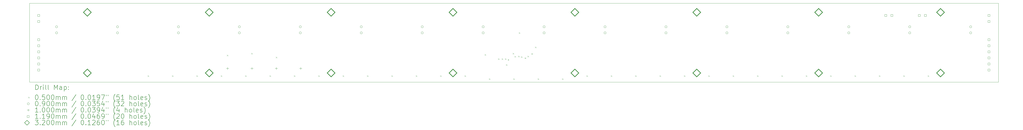
<source format=gbr>
%FSLAX45Y45*%
G04 Gerber Fmt 4.5, Leading zero omitted, Abs format (unit mm)*
G04 Created by KiCad (PCBNEW 6.0.5+dfsg-1~bpo11+1) date 2022-08-13 15:25:21*
%MOMM*%
%LPD*%
G01*
G04 APERTURE LIST*
%TA.AperFunction,Profile*%
%ADD10C,0.100000*%
%TD*%
%ADD11C,0.200000*%
%ADD12C,0.050000*%
%ADD13C,0.090000*%
%ADD14C,0.100000*%
%ADD15C,0.119000*%
%ADD16C,0.320000*%
G04 APERTURE END LIST*
D10*
X41783000Y-13970000D02*
X41783000Y-10668000D01*
X1397000Y-13970000D02*
X41783000Y-13970000D01*
X41783000Y-10668000D02*
X1397000Y-10668000D01*
X1397000Y-10668000D02*
X1397000Y-13970000D01*
D11*
D12*
X6325000Y-13691000D02*
X6375000Y-13741000D01*
X6375000Y-13691000D02*
X6325000Y-13741000D01*
X7341000Y-13691000D02*
X7391000Y-13741000D01*
X7391000Y-13691000D02*
X7341000Y-13741000D01*
X8357000Y-13691000D02*
X8407000Y-13741000D01*
X8407000Y-13691000D02*
X8357000Y-13741000D01*
X9373000Y-13691000D02*
X9423000Y-13741000D01*
X9423000Y-13691000D02*
X9373000Y-13741000D01*
X9627000Y-12830380D02*
X9677000Y-12880380D01*
X9677000Y-12830380D02*
X9627000Y-12880380D01*
X10389000Y-13691000D02*
X10439000Y-13741000D01*
X10439000Y-13691000D02*
X10389000Y-13741000D01*
X10643000Y-12750430D02*
X10693000Y-12800430D01*
X10693000Y-12750430D02*
X10643000Y-12800430D01*
X11405000Y-13691000D02*
X11455000Y-13741000D01*
X11455000Y-13691000D02*
X11405000Y-13741000D01*
X11663181Y-12910330D02*
X11713181Y-12960330D01*
X11713181Y-12910330D02*
X11663181Y-12960330D01*
X12421000Y-13691000D02*
X12471000Y-13741000D01*
X12471000Y-13691000D02*
X12421000Y-13741000D01*
X13437000Y-13691000D02*
X13487000Y-13741000D01*
X13487000Y-13691000D02*
X13437000Y-13741000D01*
X14453000Y-13691000D02*
X14503000Y-13741000D01*
X14503000Y-13691000D02*
X14453000Y-13741000D01*
X15469000Y-13691000D02*
X15519000Y-13741000D01*
X15519000Y-13691000D02*
X15469000Y-13741000D01*
X16485000Y-13691000D02*
X16535000Y-13741000D01*
X16535000Y-13691000D02*
X16485000Y-13741000D01*
X17501000Y-13691000D02*
X17551000Y-13741000D01*
X17551000Y-13691000D02*
X17501000Y-13741000D01*
X18517000Y-13691000D02*
X18567000Y-13741000D01*
X18567000Y-13691000D02*
X18517000Y-13741000D01*
X19533000Y-13691000D02*
X19583000Y-13741000D01*
X19583000Y-13691000D02*
X19533000Y-13741000D01*
X20371200Y-12799900D02*
X20421200Y-12849900D01*
X20421200Y-12799900D02*
X20371200Y-12849900D01*
X20549000Y-13818000D02*
X20599000Y-13868000D01*
X20599000Y-13818000D02*
X20549000Y-13868000D01*
X20930000Y-12979800D02*
X20980000Y-13029800D01*
X20980000Y-12979800D02*
X20930000Y-13029800D01*
X21082400Y-12979800D02*
X21132400Y-13029800D01*
X21132400Y-12979800D02*
X21082400Y-13029800D01*
X21212369Y-12981072D02*
X21262369Y-13031072D01*
X21262369Y-12981072D02*
X21212369Y-13031072D01*
X21260200Y-13222751D02*
X21310200Y-13272751D01*
X21310200Y-13222751D02*
X21260200Y-13272751D01*
X21329225Y-13012375D02*
X21379225Y-13062375D01*
X21379225Y-13012375D02*
X21329225Y-13062375D01*
X21539600Y-12751200D02*
X21589600Y-12801200D01*
X21589600Y-12751200D02*
X21539600Y-12801200D01*
X21565000Y-13818000D02*
X21615000Y-13868000D01*
X21615000Y-13818000D02*
X21565000Y-13868000D01*
X21615800Y-12878200D02*
X21665800Y-12928200D01*
X21665800Y-12878200D02*
X21615800Y-12928200D01*
X21762185Y-12869864D02*
X21812185Y-12919864D01*
X21812185Y-12869864D02*
X21762185Y-12919864D01*
X21793600Y-11887600D02*
X21843600Y-11937600D01*
X21843600Y-11887600D02*
X21793600Y-11937600D01*
X21886864Y-12897585D02*
X21936864Y-12947585D01*
X21936864Y-12897585D02*
X21886864Y-12947585D01*
X22035925Y-12942725D02*
X22085925Y-12992725D01*
X22085925Y-12942725D02*
X22035925Y-12992725D01*
X22155289Y-12874161D02*
X22205289Y-12924161D01*
X22205289Y-12874161D02*
X22155289Y-12924161D01*
X22317133Y-12764699D02*
X22367133Y-12814699D01*
X22367133Y-12764699D02*
X22317133Y-12814699D01*
X22466071Y-12486760D02*
X22516071Y-12536760D01*
X22516071Y-12486760D02*
X22466071Y-12536760D01*
X22581000Y-13818000D02*
X22631000Y-13868000D01*
X22631000Y-13818000D02*
X22581000Y-13868000D01*
X23597000Y-13818000D02*
X23647000Y-13868000D01*
X23647000Y-13818000D02*
X23597000Y-13868000D01*
X24613000Y-13691000D02*
X24663000Y-13741000D01*
X24663000Y-13691000D02*
X24613000Y-13741000D01*
X25629000Y-13691000D02*
X25679000Y-13741000D01*
X25679000Y-13691000D02*
X25629000Y-13741000D01*
X26645000Y-13691000D02*
X26695000Y-13741000D01*
X26695000Y-13691000D02*
X26645000Y-13741000D01*
X27661000Y-13691000D02*
X27711000Y-13741000D01*
X27711000Y-13691000D02*
X27661000Y-13741000D01*
X28677000Y-13691000D02*
X28727000Y-13741000D01*
X28727000Y-13691000D02*
X28677000Y-13741000D01*
X29693000Y-13691000D02*
X29743000Y-13741000D01*
X29743000Y-13691000D02*
X29693000Y-13741000D01*
X30709000Y-13691000D02*
X30759000Y-13741000D01*
X30759000Y-13691000D02*
X30709000Y-13741000D01*
X31725000Y-13691000D02*
X31775000Y-13741000D01*
X31775000Y-13691000D02*
X31725000Y-13741000D01*
X32741000Y-13691000D02*
X32791000Y-13741000D01*
X32791000Y-13691000D02*
X32741000Y-13741000D01*
X33757000Y-13691000D02*
X33807000Y-13741000D01*
X33807000Y-13691000D02*
X33757000Y-13741000D01*
X34773000Y-13691000D02*
X34823000Y-13741000D01*
X34823000Y-13691000D02*
X34773000Y-13741000D01*
X35789000Y-13691000D02*
X35839000Y-13741000D01*
X35839000Y-13691000D02*
X35789000Y-13741000D01*
X36805000Y-13691000D02*
X36855000Y-13741000D01*
X36855000Y-13691000D02*
X36805000Y-13741000D01*
X37821000Y-13691000D02*
X37871000Y-13741000D01*
X37871000Y-13691000D02*
X37821000Y-13741000D01*
X38837000Y-13691000D02*
X38887000Y-13741000D01*
X38887000Y-13691000D02*
X38837000Y-13741000D01*
D13*
X2568903Y-11655098D02*
G75*
G03*
X2568903Y-11655098I-45000J0D01*
G01*
X2568903Y-11909098D02*
G75*
G03*
X2568903Y-11909098I-45000J0D01*
G01*
X5108903Y-11655098D02*
G75*
G03*
X5108903Y-11655098I-45000J0D01*
G01*
X5108903Y-11909098D02*
G75*
G03*
X5108903Y-11909098I-45000J0D01*
G01*
X7648903Y-11655098D02*
G75*
G03*
X7648903Y-11655098I-45000J0D01*
G01*
X7648903Y-11909098D02*
G75*
G03*
X7648903Y-11909098I-45000J0D01*
G01*
X10188903Y-11655098D02*
G75*
G03*
X10188903Y-11655098I-45000J0D01*
G01*
X10188903Y-11909098D02*
G75*
G03*
X10188903Y-11909098I-45000J0D01*
G01*
X12728903Y-11655098D02*
G75*
G03*
X12728903Y-11655098I-45000J0D01*
G01*
X12728903Y-11909098D02*
G75*
G03*
X12728903Y-11909098I-45000J0D01*
G01*
X15268903Y-11655098D02*
G75*
G03*
X15268903Y-11655098I-45000J0D01*
G01*
X15268903Y-11909098D02*
G75*
G03*
X15268903Y-11909098I-45000J0D01*
G01*
X17808903Y-11655098D02*
G75*
G03*
X17808903Y-11655098I-45000J0D01*
G01*
X17808903Y-11909098D02*
G75*
G03*
X17808903Y-11909098I-45000J0D01*
G01*
X20348903Y-11655098D02*
G75*
G03*
X20348903Y-11655098I-45000J0D01*
G01*
X20348903Y-11909098D02*
G75*
G03*
X20348903Y-11909098I-45000J0D01*
G01*
X22888903Y-11655098D02*
G75*
G03*
X22888903Y-11655098I-45000J0D01*
G01*
X22888903Y-11909098D02*
G75*
G03*
X22888903Y-11909098I-45000J0D01*
G01*
X25428903Y-11655098D02*
G75*
G03*
X25428903Y-11655098I-45000J0D01*
G01*
X25428903Y-11909098D02*
G75*
G03*
X25428903Y-11909098I-45000J0D01*
G01*
X27968903Y-11655098D02*
G75*
G03*
X27968903Y-11655098I-45000J0D01*
G01*
X27968903Y-11909098D02*
G75*
G03*
X27968903Y-11909098I-45000J0D01*
G01*
X30508903Y-11655098D02*
G75*
G03*
X30508903Y-11655098I-45000J0D01*
G01*
X30508903Y-11909098D02*
G75*
G03*
X30508903Y-11909098I-45000J0D01*
G01*
X33048903Y-11655098D02*
G75*
G03*
X33048903Y-11655098I-45000J0D01*
G01*
X33048903Y-11909098D02*
G75*
G03*
X33048903Y-11909098I-45000J0D01*
G01*
X35588903Y-11655098D02*
G75*
G03*
X35588903Y-11655098I-45000J0D01*
G01*
X35588903Y-11909098D02*
G75*
G03*
X35588903Y-11909098I-45000J0D01*
G01*
X38128903Y-11655098D02*
G75*
G03*
X38128903Y-11655098I-45000J0D01*
G01*
X38128903Y-11909098D02*
G75*
G03*
X38128903Y-11909098I-45000J0D01*
G01*
X40668903Y-11655098D02*
G75*
G03*
X40668903Y-11655098I-45000J0D01*
G01*
X40668903Y-11909098D02*
G75*
G03*
X40668903Y-11909098I-45000J0D01*
G01*
D14*
X9652000Y-13348500D02*
X9652000Y-13448500D01*
X9602000Y-13398500D02*
X9702000Y-13398500D01*
X10668000Y-13348500D02*
X10668000Y-13448500D01*
X10618000Y-13398500D02*
X10718000Y-13398500D01*
X11684000Y-13348500D02*
X11684000Y-13448500D01*
X11634000Y-13398500D02*
X11734000Y-13398500D01*
X12700000Y-13348500D02*
X12700000Y-13448500D01*
X12650000Y-13398500D02*
X12750000Y-13398500D01*
D15*
X1820073Y-11218073D02*
X1820073Y-11133927D01*
X1735927Y-11133927D01*
X1735927Y-11218073D01*
X1820073Y-11218073D01*
X1820073Y-11472073D02*
X1820073Y-11387927D01*
X1735927Y-11387927D01*
X1735927Y-11472073D01*
X1820073Y-11472073D01*
X1820073Y-12234073D02*
X1820073Y-12149927D01*
X1735927Y-12149927D01*
X1735927Y-12234073D01*
X1820073Y-12234073D01*
X1820073Y-12488073D02*
X1820073Y-12403927D01*
X1735927Y-12403927D01*
X1735927Y-12488073D01*
X1820073Y-12488073D01*
X1820073Y-12742073D02*
X1820073Y-12657927D01*
X1735927Y-12657927D01*
X1735927Y-12742073D01*
X1820073Y-12742073D01*
X1820073Y-12996073D02*
X1820073Y-12911927D01*
X1735927Y-12911927D01*
X1735927Y-12996073D01*
X1820073Y-12996073D01*
X1820073Y-13250073D02*
X1820073Y-13165927D01*
X1735927Y-13165927D01*
X1735927Y-13250073D01*
X1820073Y-13250073D01*
X1820073Y-13504073D02*
X1820073Y-13419927D01*
X1735927Y-13419927D01*
X1735927Y-13504073D01*
X1820073Y-13504073D01*
X37126073Y-11218073D02*
X37126073Y-11133927D01*
X37041927Y-11133927D01*
X37041927Y-11218073D01*
X37126073Y-11218073D01*
X37380073Y-11218073D02*
X37380073Y-11133927D01*
X37295927Y-11133927D01*
X37295927Y-11218073D01*
X37380073Y-11218073D01*
X38523073Y-11218073D02*
X38523073Y-11133927D01*
X38438927Y-11133927D01*
X38438927Y-11218073D01*
X38523073Y-11218073D01*
X38777073Y-11218073D02*
X38777073Y-11133927D01*
X38692927Y-11133927D01*
X38692927Y-11218073D01*
X38777073Y-11218073D01*
X41427977Y-11218073D02*
X41427977Y-11133927D01*
X41343830Y-11133927D01*
X41343830Y-11218073D01*
X41427977Y-11218073D01*
X41427977Y-11472073D02*
X41427977Y-11387927D01*
X41343830Y-11387927D01*
X41343830Y-11472073D01*
X41427977Y-11472073D01*
X41427977Y-12234073D02*
X41427977Y-12149927D01*
X41343830Y-12149927D01*
X41343830Y-12234073D01*
X41427977Y-12234073D01*
X41427977Y-12488073D02*
X41427977Y-12403927D01*
X41343830Y-12403927D01*
X41343830Y-12488073D01*
X41427977Y-12488073D01*
X41427977Y-12742073D02*
X41427977Y-12657927D01*
X41343830Y-12657927D01*
X41343830Y-12742073D01*
X41427977Y-12742073D01*
X41427977Y-12996073D02*
X41427977Y-12911927D01*
X41343830Y-12911927D01*
X41343830Y-12996073D01*
X41427977Y-12996073D01*
X41427977Y-13250073D02*
X41427977Y-13165927D01*
X41343830Y-13165927D01*
X41343830Y-13250073D01*
X41427977Y-13250073D01*
X41427977Y-13504073D02*
X41427977Y-13419927D01*
X41343830Y-13419927D01*
X41343830Y-13504073D01*
X41427977Y-13504073D01*
D16*
X3810000Y-11209000D02*
X3970000Y-11049000D01*
X3810000Y-10889000D01*
X3650000Y-11049000D01*
X3810000Y-11209000D01*
X3810000Y-13749000D02*
X3970000Y-13589000D01*
X3810000Y-13429000D01*
X3650000Y-13589000D01*
X3810000Y-13749000D01*
X8890000Y-11209000D02*
X9050000Y-11049000D01*
X8890000Y-10889000D01*
X8730000Y-11049000D01*
X8890000Y-11209000D01*
X8890000Y-13749000D02*
X9050000Y-13589000D01*
X8890000Y-13429000D01*
X8730000Y-13589000D01*
X8890000Y-13749000D01*
X13970000Y-11209000D02*
X14130000Y-11049000D01*
X13970000Y-10889000D01*
X13810000Y-11049000D01*
X13970000Y-11209000D01*
X13970000Y-13749000D02*
X14130000Y-13589000D01*
X13970000Y-13429000D01*
X13810000Y-13589000D01*
X13970000Y-13749000D01*
X19050000Y-11209000D02*
X19210000Y-11049000D01*
X19050000Y-10889000D01*
X18890000Y-11049000D01*
X19050000Y-11209000D01*
X19050000Y-13749000D02*
X19210000Y-13589000D01*
X19050000Y-13429000D01*
X18890000Y-13589000D01*
X19050000Y-13749000D01*
X24130000Y-11209000D02*
X24290000Y-11049000D01*
X24130000Y-10889000D01*
X23970000Y-11049000D01*
X24130000Y-11209000D01*
X24130000Y-13749000D02*
X24290000Y-13589000D01*
X24130000Y-13429000D01*
X23970000Y-13589000D01*
X24130000Y-13749000D01*
X29210000Y-11209000D02*
X29370000Y-11049000D01*
X29210000Y-10889000D01*
X29050000Y-11049000D01*
X29210000Y-11209000D01*
X29210000Y-13749000D02*
X29370000Y-13589000D01*
X29210000Y-13429000D01*
X29050000Y-13589000D01*
X29210000Y-13749000D01*
X34290000Y-11209000D02*
X34450000Y-11049000D01*
X34290000Y-10889000D01*
X34130000Y-11049000D01*
X34290000Y-11209000D01*
X34290000Y-13749000D02*
X34450000Y-13589000D01*
X34290000Y-13429000D01*
X34130000Y-13589000D01*
X34290000Y-13749000D01*
X39370000Y-11209000D02*
X39530000Y-11049000D01*
X39370000Y-10889000D01*
X39210000Y-11049000D01*
X39370000Y-11209000D01*
X39370000Y-13749000D02*
X39530000Y-13589000D01*
X39370000Y-13429000D01*
X39210000Y-13589000D01*
X39370000Y-13749000D01*
D11*
X1649619Y-14285476D02*
X1649619Y-14085476D01*
X1697238Y-14085476D01*
X1725809Y-14095000D01*
X1744857Y-14114048D01*
X1754381Y-14133095D01*
X1763905Y-14171190D01*
X1763905Y-14199762D01*
X1754381Y-14237857D01*
X1744857Y-14256905D01*
X1725809Y-14275952D01*
X1697238Y-14285476D01*
X1649619Y-14285476D01*
X1849619Y-14285476D02*
X1849619Y-14152143D01*
X1849619Y-14190238D02*
X1859143Y-14171190D01*
X1868667Y-14161667D01*
X1887714Y-14152143D01*
X1906762Y-14152143D01*
X1973428Y-14285476D02*
X1973428Y-14152143D01*
X1973428Y-14085476D02*
X1963905Y-14095000D01*
X1973428Y-14104524D01*
X1982952Y-14095000D01*
X1973428Y-14085476D01*
X1973428Y-14104524D01*
X2097238Y-14285476D02*
X2078190Y-14275952D01*
X2068667Y-14256905D01*
X2068667Y-14085476D01*
X2202000Y-14285476D02*
X2182952Y-14275952D01*
X2173429Y-14256905D01*
X2173429Y-14085476D01*
X2430571Y-14285476D02*
X2430571Y-14085476D01*
X2497238Y-14228333D01*
X2563905Y-14085476D01*
X2563905Y-14285476D01*
X2744857Y-14285476D02*
X2744857Y-14180714D01*
X2735333Y-14161667D01*
X2716286Y-14152143D01*
X2678190Y-14152143D01*
X2659143Y-14161667D01*
X2744857Y-14275952D02*
X2725810Y-14285476D01*
X2678190Y-14285476D01*
X2659143Y-14275952D01*
X2649619Y-14256905D01*
X2649619Y-14237857D01*
X2659143Y-14218809D01*
X2678190Y-14209286D01*
X2725810Y-14209286D01*
X2744857Y-14199762D01*
X2840095Y-14152143D02*
X2840095Y-14352143D01*
X2840095Y-14161667D02*
X2859143Y-14152143D01*
X2897238Y-14152143D01*
X2916286Y-14161667D01*
X2925809Y-14171190D01*
X2935333Y-14190238D01*
X2935333Y-14247381D01*
X2925809Y-14266428D01*
X2916286Y-14275952D01*
X2897238Y-14285476D01*
X2859143Y-14285476D01*
X2840095Y-14275952D01*
X3021048Y-14266428D02*
X3030571Y-14275952D01*
X3021048Y-14285476D01*
X3011524Y-14275952D01*
X3021048Y-14266428D01*
X3021048Y-14285476D01*
X3021048Y-14161667D02*
X3030571Y-14171190D01*
X3021048Y-14180714D01*
X3011524Y-14171190D01*
X3021048Y-14161667D01*
X3021048Y-14180714D01*
D12*
X1342000Y-14590000D02*
X1392000Y-14640000D01*
X1392000Y-14590000D02*
X1342000Y-14640000D01*
D11*
X1687714Y-14505476D02*
X1706762Y-14505476D01*
X1725809Y-14515000D01*
X1735333Y-14524524D01*
X1744857Y-14543571D01*
X1754381Y-14581667D01*
X1754381Y-14629286D01*
X1744857Y-14667381D01*
X1735333Y-14686428D01*
X1725809Y-14695952D01*
X1706762Y-14705476D01*
X1687714Y-14705476D01*
X1668667Y-14695952D01*
X1659143Y-14686428D01*
X1649619Y-14667381D01*
X1640095Y-14629286D01*
X1640095Y-14581667D01*
X1649619Y-14543571D01*
X1659143Y-14524524D01*
X1668667Y-14515000D01*
X1687714Y-14505476D01*
X1840095Y-14686428D02*
X1849619Y-14695952D01*
X1840095Y-14705476D01*
X1830571Y-14695952D01*
X1840095Y-14686428D01*
X1840095Y-14705476D01*
X2030571Y-14505476D02*
X1935333Y-14505476D01*
X1925809Y-14600714D01*
X1935333Y-14591190D01*
X1954381Y-14581667D01*
X2002000Y-14581667D01*
X2021048Y-14591190D01*
X2030571Y-14600714D01*
X2040095Y-14619762D01*
X2040095Y-14667381D01*
X2030571Y-14686428D01*
X2021048Y-14695952D01*
X2002000Y-14705476D01*
X1954381Y-14705476D01*
X1935333Y-14695952D01*
X1925809Y-14686428D01*
X2163905Y-14505476D02*
X2182952Y-14505476D01*
X2202000Y-14515000D01*
X2211524Y-14524524D01*
X2221048Y-14543571D01*
X2230571Y-14581667D01*
X2230571Y-14629286D01*
X2221048Y-14667381D01*
X2211524Y-14686428D01*
X2202000Y-14695952D01*
X2182952Y-14705476D01*
X2163905Y-14705476D01*
X2144857Y-14695952D01*
X2135333Y-14686428D01*
X2125810Y-14667381D01*
X2116286Y-14629286D01*
X2116286Y-14581667D01*
X2125810Y-14543571D01*
X2135333Y-14524524D01*
X2144857Y-14515000D01*
X2163905Y-14505476D01*
X2354381Y-14505476D02*
X2373429Y-14505476D01*
X2392476Y-14515000D01*
X2402000Y-14524524D01*
X2411524Y-14543571D01*
X2421048Y-14581667D01*
X2421048Y-14629286D01*
X2411524Y-14667381D01*
X2402000Y-14686428D01*
X2392476Y-14695952D01*
X2373429Y-14705476D01*
X2354381Y-14705476D01*
X2335333Y-14695952D01*
X2325810Y-14686428D01*
X2316286Y-14667381D01*
X2306762Y-14629286D01*
X2306762Y-14581667D01*
X2316286Y-14543571D01*
X2325810Y-14524524D01*
X2335333Y-14515000D01*
X2354381Y-14505476D01*
X2506762Y-14705476D02*
X2506762Y-14572143D01*
X2506762Y-14591190D02*
X2516286Y-14581667D01*
X2535333Y-14572143D01*
X2563905Y-14572143D01*
X2582952Y-14581667D01*
X2592476Y-14600714D01*
X2592476Y-14705476D01*
X2592476Y-14600714D02*
X2602000Y-14581667D01*
X2621048Y-14572143D01*
X2649619Y-14572143D01*
X2668667Y-14581667D01*
X2678190Y-14600714D01*
X2678190Y-14705476D01*
X2773429Y-14705476D02*
X2773429Y-14572143D01*
X2773429Y-14591190D02*
X2782952Y-14581667D01*
X2802000Y-14572143D01*
X2830571Y-14572143D01*
X2849619Y-14581667D01*
X2859143Y-14600714D01*
X2859143Y-14705476D01*
X2859143Y-14600714D02*
X2868667Y-14581667D01*
X2887714Y-14572143D01*
X2916286Y-14572143D01*
X2935333Y-14581667D01*
X2944857Y-14600714D01*
X2944857Y-14705476D01*
X3335333Y-14495952D02*
X3163905Y-14753095D01*
X3592476Y-14505476D02*
X3611524Y-14505476D01*
X3630571Y-14515000D01*
X3640095Y-14524524D01*
X3649619Y-14543571D01*
X3659143Y-14581667D01*
X3659143Y-14629286D01*
X3649619Y-14667381D01*
X3640095Y-14686428D01*
X3630571Y-14695952D01*
X3611524Y-14705476D01*
X3592476Y-14705476D01*
X3573428Y-14695952D01*
X3563905Y-14686428D01*
X3554381Y-14667381D01*
X3544857Y-14629286D01*
X3544857Y-14581667D01*
X3554381Y-14543571D01*
X3563905Y-14524524D01*
X3573428Y-14515000D01*
X3592476Y-14505476D01*
X3744857Y-14686428D02*
X3754381Y-14695952D01*
X3744857Y-14705476D01*
X3735333Y-14695952D01*
X3744857Y-14686428D01*
X3744857Y-14705476D01*
X3878190Y-14505476D02*
X3897238Y-14505476D01*
X3916286Y-14515000D01*
X3925809Y-14524524D01*
X3935333Y-14543571D01*
X3944857Y-14581667D01*
X3944857Y-14629286D01*
X3935333Y-14667381D01*
X3925809Y-14686428D01*
X3916286Y-14695952D01*
X3897238Y-14705476D01*
X3878190Y-14705476D01*
X3859143Y-14695952D01*
X3849619Y-14686428D01*
X3840095Y-14667381D01*
X3830571Y-14629286D01*
X3830571Y-14581667D01*
X3840095Y-14543571D01*
X3849619Y-14524524D01*
X3859143Y-14515000D01*
X3878190Y-14505476D01*
X4135333Y-14705476D02*
X4021048Y-14705476D01*
X4078190Y-14705476D02*
X4078190Y-14505476D01*
X4059143Y-14534048D01*
X4040095Y-14553095D01*
X4021048Y-14562619D01*
X4230571Y-14705476D02*
X4268667Y-14705476D01*
X4287714Y-14695952D01*
X4297238Y-14686428D01*
X4316286Y-14657857D01*
X4325810Y-14619762D01*
X4325810Y-14543571D01*
X4316286Y-14524524D01*
X4306762Y-14515000D01*
X4287714Y-14505476D01*
X4249619Y-14505476D01*
X4230571Y-14515000D01*
X4221048Y-14524524D01*
X4211524Y-14543571D01*
X4211524Y-14591190D01*
X4221048Y-14610238D01*
X4230571Y-14619762D01*
X4249619Y-14629286D01*
X4287714Y-14629286D01*
X4306762Y-14619762D01*
X4316286Y-14610238D01*
X4325810Y-14591190D01*
X4392476Y-14505476D02*
X4525810Y-14505476D01*
X4440095Y-14705476D01*
X4592476Y-14505476D02*
X4592476Y-14543571D01*
X4668667Y-14505476D02*
X4668667Y-14543571D01*
X4963905Y-14781667D02*
X4954381Y-14772143D01*
X4935333Y-14743571D01*
X4925810Y-14724524D01*
X4916286Y-14695952D01*
X4906762Y-14648333D01*
X4906762Y-14610238D01*
X4916286Y-14562619D01*
X4925810Y-14534048D01*
X4935333Y-14515000D01*
X4954381Y-14486428D01*
X4963905Y-14476905D01*
X5135333Y-14505476D02*
X5040095Y-14505476D01*
X5030571Y-14600714D01*
X5040095Y-14591190D01*
X5059143Y-14581667D01*
X5106762Y-14581667D01*
X5125810Y-14591190D01*
X5135333Y-14600714D01*
X5144857Y-14619762D01*
X5144857Y-14667381D01*
X5135333Y-14686428D01*
X5125810Y-14695952D01*
X5106762Y-14705476D01*
X5059143Y-14705476D01*
X5040095Y-14695952D01*
X5030571Y-14686428D01*
X5335333Y-14705476D02*
X5221048Y-14705476D01*
X5278190Y-14705476D02*
X5278190Y-14505476D01*
X5259143Y-14534048D01*
X5240095Y-14553095D01*
X5221048Y-14562619D01*
X5573429Y-14705476D02*
X5573429Y-14505476D01*
X5659143Y-14705476D02*
X5659143Y-14600714D01*
X5649619Y-14581667D01*
X5630571Y-14572143D01*
X5602000Y-14572143D01*
X5582952Y-14581667D01*
X5573429Y-14591190D01*
X5782952Y-14705476D02*
X5763905Y-14695952D01*
X5754381Y-14686428D01*
X5744857Y-14667381D01*
X5744857Y-14610238D01*
X5754381Y-14591190D01*
X5763905Y-14581667D01*
X5782952Y-14572143D01*
X5811524Y-14572143D01*
X5830571Y-14581667D01*
X5840095Y-14591190D01*
X5849619Y-14610238D01*
X5849619Y-14667381D01*
X5840095Y-14686428D01*
X5830571Y-14695952D01*
X5811524Y-14705476D01*
X5782952Y-14705476D01*
X5963905Y-14705476D02*
X5944857Y-14695952D01*
X5935333Y-14676905D01*
X5935333Y-14505476D01*
X6116286Y-14695952D02*
X6097238Y-14705476D01*
X6059143Y-14705476D01*
X6040095Y-14695952D01*
X6030571Y-14676905D01*
X6030571Y-14600714D01*
X6040095Y-14581667D01*
X6059143Y-14572143D01*
X6097238Y-14572143D01*
X6116286Y-14581667D01*
X6125809Y-14600714D01*
X6125809Y-14619762D01*
X6030571Y-14638809D01*
X6202000Y-14695952D02*
X6221048Y-14705476D01*
X6259143Y-14705476D01*
X6278190Y-14695952D01*
X6287714Y-14676905D01*
X6287714Y-14667381D01*
X6278190Y-14648333D01*
X6259143Y-14638809D01*
X6230571Y-14638809D01*
X6211524Y-14629286D01*
X6202000Y-14610238D01*
X6202000Y-14600714D01*
X6211524Y-14581667D01*
X6230571Y-14572143D01*
X6259143Y-14572143D01*
X6278190Y-14581667D01*
X6354381Y-14781667D02*
X6363905Y-14772143D01*
X6382952Y-14743571D01*
X6392476Y-14724524D01*
X6402000Y-14695952D01*
X6411524Y-14648333D01*
X6411524Y-14610238D01*
X6402000Y-14562619D01*
X6392476Y-14534048D01*
X6382952Y-14515000D01*
X6363905Y-14486428D01*
X6354381Y-14476905D01*
D13*
X1392000Y-14879000D02*
G75*
G03*
X1392000Y-14879000I-45000J0D01*
G01*
D11*
X1687714Y-14769476D02*
X1706762Y-14769476D01*
X1725809Y-14779000D01*
X1735333Y-14788524D01*
X1744857Y-14807571D01*
X1754381Y-14845667D01*
X1754381Y-14893286D01*
X1744857Y-14931381D01*
X1735333Y-14950428D01*
X1725809Y-14959952D01*
X1706762Y-14969476D01*
X1687714Y-14969476D01*
X1668667Y-14959952D01*
X1659143Y-14950428D01*
X1649619Y-14931381D01*
X1640095Y-14893286D01*
X1640095Y-14845667D01*
X1649619Y-14807571D01*
X1659143Y-14788524D01*
X1668667Y-14779000D01*
X1687714Y-14769476D01*
X1840095Y-14950428D02*
X1849619Y-14959952D01*
X1840095Y-14969476D01*
X1830571Y-14959952D01*
X1840095Y-14950428D01*
X1840095Y-14969476D01*
X1944857Y-14969476D02*
X1982952Y-14969476D01*
X2002000Y-14959952D01*
X2011524Y-14950428D01*
X2030571Y-14921857D01*
X2040095Y-14883762D01*
X2040095Y-14807571D01*
X2030571Y-14788524D01*
X2021048Y-14779000D01*
X2002000Y-14769476D01*
X1963905Y-14769476D01*
X1944857Y-14779000D01*
X1935333Y-14788524D01*
X1925809Y-14807571D01*
X1925809Y-14855190D01*
X1935333Y-14874238D01*
X1944857Y-14883762D01*
X1963905Y-14893286D01*
X2002000Y-14893286D01*
X2021048Y-14883762D01*
X2030571Y-14874238D01*
X2040095Y-14855190D01*
X2163905Y-14769476D02*
X2182952Y-14769476D01*
X2202000Y-14779000D01*
X2211524Y-14788524D01*
X2221048Y-14807571D01*
X2230571Y-14845667D01*
X2230571Y-14893286D01*
X2221048Y-14931381D01*
X2211524Y-14950428D01*
X2202000Y-14959952D01*
X2182952Y-14969476D01*
X2163905Y-14969476D01*
X2144857Y-14959952D01*
X2135333Y-14950428D01*
X2125810Y-14931381D01*
X2116286Y-14893286D01*
X2116286Y-14845667D01*
X2125810Y-14807571D01*
X2135333Y-14788524D01*
X2144857Y-14779000D01*
X2163905Y-14769476D01*
X2354381Y-14769476D02*
X2373429Y-14769476D01*
X2392476Y-14779000D01*
X2402000Y-14788524D01*
X2411524Y-14807571D01*
X2421048Y-14845667D01*
X2421048Y-14893286D01*
X2411524Y-14931381D01*
X2402000Y-14950428D01*
X2392476Y-14959952D01*
X2373429Y-14969476D01*
X2354381Y-14969476D01*
X2335333Y-14959952D01*
X2325810Y-14950428D01*
X2316286Y-14931381D01*
X2306762Y-14893286D01*
X2306762Y-14845667D01*
X2316286Y-14807571D01*
X2325810Y-14788524D01*
X2335333Y-14779000D01*
X2354381Y-14769476D01*
X2506762Y-14969476D02*
X2506762Y-14836143D01*
X2506762Y-14855190D02*
X2516286Y-14845667D01*
X2535333Y-14836143D01*
X2563905Y-14836143D01*
X2582952Y-14845667D01*
X2592476Y-14864714D01*
X2592476Y-14969476D01*
X2592476Y-14864714D02*
X2602000Y-14845667D01*
X2621048Y-14836143D01*
X2649619Y-14836143D01*
X2668667Y-14845667D01*
X2678190Y-14864714D01*
X2678190Y-14969476D01*
X2773429Y-14969476D02*
X2773429Y-14836143D01*
X2773429Y-14855190D02*
X2782952Y-14845667D01*
X2802000Y-14836143D01*
X2830571Y-14836143D01*
X2849619Y-14845667D01*
X2859143Y-14864714D01*
X2859143Y-14969476D01*
X2859143Y-14864714D02*
X2868667Y-14845667D01*
X2887714Y-14836143D01*
X2916286Y-14836143D01*
X2935333Y-14845667D01*
X2944857Y-14864714D01*
X2944857Y-14969476D01*
X3335333Y-14759952D02*
X3163905Y-15017095D01*
X3592476Y-14769476D02*
X3611524Y-14769476D01*
X3630571Y-14779000D01*
X3640095Y-14788524D01*
X3649619Y-14807571D01*
X3659143Y-14845667D01*
X3659143Y-14893286D01*
X3649619Y-14931381D01*
X3640095Y-14950428D01*
X3630571Y-14959952D01*
X3611524Y-14969476D01*
X3592476Y-14969476D01*
X3573428Y-14959952D01*
X3563905Y-14950428D01*
X3554381Y-14931381D01*
X3544857Y-14893286D01*
X3544857Y-14845667D01*
X3554381Y-14807571D01*
X3563905Y-14788524D01*
X3573428Y-14779000D01*
X3592476Y-14769476D01*
X3744857Y-14950428D02*
X3754381Y-14959952D01*
X3744857Y-14969476D01*
X3735333Y-14959952D01*
X3744857Y-14950428D01*
X3744857Y-14969476D01*
X3878190Y-14769476D02*
X3897238Y-14769476D01*
X3916286Y-14779000D01*
X3925809Y-14788524D01*
X3935333Y-14807571D01*
X3944857Y-14845667D01*
X3944857Y-14893286D01*
X3935333Y-14931381D01*
X3925809Y-14950428D01*
X3916286Y-14959952D01*
X3897238Y-14969476D01*
X3878190Y-14969476D01*
X3859143Y-14959952D01*
X3849619Y-14950428D01*
X3840095Y-14931381D01*
X3830571Y-14893286D01*
X3830571Y-14845667D01*
X3840095Y-14807571D01*
X3849619Y-14788524D01*
X3859143Y-14779000D01*
X3878190Y-14769476D01*
X4011524Y-14769476D02*
X4135333Y-14769476D01*
X4068667Y-14845667D01*
X4097238Y-14845667D01*
X4116286Y-14855190D01*
X4125809Y-14864714D01*
X4135333Y-14883762D01*
X4135333Y-14931381D01*
X4125809Y-14950428D01*
X4116286Y-14959952D01*
X4097238Y-14969476D01*
X4040095Y-14969476D01*
X4021048Y-14959952D01*
X4011524Y-14950428D01*
X4316286Y-14769476D02*
X4221048Y-14769476D01*
X4211524Y-14864714D01*
X4221048Y-14855190D01*
X4240095Y-14845667D01*
X4287714Y-14845667D01*
X4306762Y-14855190D01*
X4316286Y-14864714D01*
X4325810Y-14883762D01*
X4325810Y-14931381D01*
X4316286Y-14950428D01*
X4306762Y-14959952D01*
X4287714Y-14969476D01*
X4240095Y-14969476D01*
X4221048Y-14959952D01*
X4211524Y-14950428D01*
X4497238Y-14836143D02*
X4497238Y-14969476D01*
X4449619Y-14759952D02*
X4402000Y-14902809D01*
X4525810Y-14902809D01*
X4592476Y-14769476D02*
X4592476Y-14807571D01*
X4668667Y-14769476D02*
X4668667Y-14807571D01*
X4963905Y-15045667D02*
X4954381Y-15036143D01*
X4935333Y-15007571D01*
X4925810Y-14988524D01*
X4916286Y-14959952D01*
X4906762Y-14912333D01*
X4906762Y-14874238D01*
X4916286Y-14826619D01*
X4925810Y-14798048D01*
X4935333Y-14779000D01*
X4954381Y-14750428D01*
X4963905Y-14740905D01*
X5021048Y-14769476D02*
X5144857Y-14769476D01*
X5078190Y-14845667D01*
X5106762Y-14845667D01*
X5125810Y-14855190D01*
X5135333Y-14864714D01*
X5144857Y-14883762D01*
X5144857Y-14931381D01*
X5135333Y-14950428D01*
X5125810Y-14959952D01*
X5106762Y-14969476D01*
X5049619Y-14969476D01*
X5030571Y-14959952D01*
X5021048Y-14950428D01*
X5221048Y-14788524D02*
X5230571Y-14779000D01*
X5249619Y-14769476D01*
X5297238Y-14769476D01*
X5316286Y-14779000D01*
X5325810Y-14788524D01*
X5335333Y-14807571D01*
X5335333Y-14826619D01*
X5325810Y-14855190D01*
X5211524Y-14969476D01*
X5335333Y-14969476D01*
X5573429Y-14969476D02*
X5573429Y-14769476D01*
X5659143Y-14969476D02*
X5659143Y-14864714D01*
X5649619Y-14845667D01*
X5630571Y-14836143D01*
X5602000Y-14836143D01*
X5582952Y-14845667D01*
X5573429Y-14855190D01*
X5782952Y-14969476D02*
X5763905Y-14959952D01*
X5754381Y-14950428D01*
X5744857Y-14931381D01*
X5744857Y-14874238D01*
X5754381Y-14855190D01*
X5763905Y-14845667D01*
X5782952Y-14836143D01*
X5811524Y-14836143D01*
X5830571Y-14845667D01*
X5840095Y-14855190D01*
X5849619Y-14874238D01*
X5849619Y-14931381D01*
X5840095Y-14950428D01*
X5830571Y-14959952D01*
X5811524Y-14969476D01*
X5782952Y-14969476D01*
X5963905Y-14969476D02*
X5944857Y-14959952D01*
X5935333Y-14940905D01*
X5935333Y-14769476D01*
X6116286Y-14959952D02*
X6097238Y-14969476D01*
X6059143Y-14969476D01*
X6040095Y-14959952D01*
X6030571Y-14940905D01*
X6030571Y-14864714D01*
X6040095Y-14845667D01*
X6059143Y-14836143D01*
X6097238Y-14836143D01*
X6116286Y-14845667D01*
X6125809Y-14864714D01*
X6125809Y-14883762D01*
X6030571Y-14902809D01*
X6202000Y-14959952D02*
X6221048Y-14969476D01*
X6259143Y-14969476D01*
X6278190Y-14959952D01*
X6287714Y-14940905D01*
X6287714Y-14931381D01*
X6278190Y-14912333D01*
X6259143Y-14902809D01*
X6230571Y-14902809D01*
X6211524Y-14893286D01*
X6202000Y-14874238D01*
X6202000Y-14864714D01*
X6211524Y-14845667D01*
X6230571Y-14836143D01*
X6259143Y-14836143D01*
X6278190Y-14845667D01*
X6354381Y-15045667D02*
X6363905Y-15036143D01*
X6382952Y-15007571D01*
X6392476Y-14988524D01*
X6402000Y-14959952D01*
X6411524Y-14912333D01*
X6411524Y-14874238D01*
X6402000Y-14826619D01*
X6392476Y-14798048D01*
X6382952Y-14779000D01*
X6363905Y-14750428D01*
X6354381Y-14740905D01*
D14*
X1342000Y-15093000D02*
X1342000Y-15193000D01*
X1292000Y-15143000D02*
X1392000Y-15143000D01*
D11*
X1754381Y-15233476D02*
X1640095Y-15233476D01*
X1697238Y-15233476D02*
X1697238Y-15033476D01*
X1678190Y-15062048D01*
X1659143Y-15081095D01*
X1640095Y-15090619D01*
X1840095Y-15214428D02*
X1849619Y-15223952D01*
X1840095Y-15233476D01*
X1830571Y-15223952D01*
X1840095Y-15214428D01*
X1840095Y-15233476D01*
X1973428Y-15033476D02*
X1992476Y-15033476D01*
X2011524Y-15043000D01*
X2021048Y-15052524D01*
X2030571Y-15071571D01*
X2040095Y-15109667D01*
X2040095Y-15157286D01*
X2030571Y-15195381D01*
X2021048Y-15214428D01*
X2011524Y-15223952D01*
X1992476Y-15233476D01*
X1973428Y-15233476D01*
X1954381Y-15223952D01*
X1944857Y-15214428D01*
X1935333Y-15195381D01*
X1925809Y-15157286D01*
X1925809Y-15109667D01*
X1935333Y-15071571D01*
X1944857Y-15052524D01*
X1954381Y-15043000D01*
X1973428Y-15033476D01*
X2163905Y-15033476D02*
X2182952Y-15033476D01*
X2202000Y-15043000D01*
X2211524Y-15052524D01*
X2221048Y-15071571D01*
X2230571Y-15109667D01*
X2230571Y-15157286D01*
X2221048Y-15195381D01*
X2211524Y-15214428D01*
X2202000Y-15223952D01*
X2182952Y-15233476D01*
X2163905Y-15233476D01*
X2144857Y-15223952D01*
X2135333Y-15214428D01*
X2125810Y-15195381D01*
X2116286Y-15157286D01*
X2116286Y-15109667D01*
X2125810Y-15071571D01*
X2135333Y-15052524D01*
X2144857Y-15043000D01*
X2163905Y-15033476D01*
X2354381Y-15033476D02*
X2373429Y-15033476D01*
X2392476Y-15043000D01*
X2402000Y-15052524D01*
X2411524Y-15071571D01*
X2421048Y-15109667D01*
X2421048Y-15157286D01*
X2411524Y-15195381D01*
X2402000Y-15214428D01*
X2392476Y-15223952D01*
X2373429Y-15233476D01*
X2354381Y-15233476D01*
X2335333Y-15223952D01*
X2325810Y-15214428D01*
X2316286Y-15195381D01*
X2306762Y-15157286D01*
X2306762Y-15109667D01*
X2316286Y-15071571D01*
X2325810Y-15052524D01*
X2335333Y-15043000D01*
X2354381Y-15033476D01*
X2506762Y-15233476D02*
X2506762Y-15100143D01*
X2506762Y-15119190D02*
X2516286Y-15109667D01*
X2535333Y-15100143D01*
X2563905Y-15100143D01*
X2582952Y-15109667D01*
X2592476Y-15128714D01*
X2592476Y-15233476D01*
X2592476Y-15128714D02*
X2602000Y-15109667D01*
X2621048Y-15100143D01*
X2649619Y-15100143D01*
X2668667Y-15109667D01*
X2678190Y-15128714D01*
X2678190Y-15233476D01*
X2773429Y-15233476D02*
X2773429Y-15100143D01*
X2773429Y-15119190D02*
X2782952Y-15109667D01*
X2802000Y-15100143D01*
X2830571Y-15100143D01*
X2849619Y-15109667D01*
X2859143Y-15128714D01*
X2859143Y-15233476D01*
X2859143Y-15128714D02*
X2868667Y-15109667D01*
X2887714Y-15100143D01*
X2916286Y-15100143D01*
X2935333Y-15109667D01*
X2944857Y-15128714D01*
X2944857Y-15233476D01*
X3335333Y-15023952D02*
X3163905Y-15281095D01*
X3592476Y-15033476D02*
X3611524Y-15033476D01*
X3630571Y-15043000D01*
X3640095Y-15052524D01*
X3649619Y-15071571D01*
X3659143Y-15109667D01*
X3659143Y-15157286D01*
X3649619Y-15195381D01*
X3640095Y-15214428D01*
X3630571Y-15223952D01*
X3611524Y-15233476D01*
X3592476Y-15233476D01*
X3573428Y-15223952D01*
X3563905Y-15214428D01*
X3554381Y-15195381D01*
X3544857Y-15157286D01*
X3544857Y-15109667D01*
X3554381Y-15071571D01*
X3563905Y-15052524D01*
X3573428Y-15043000D01*
X3592476Y-15033476D01*
X3744857Y-15214428D02*
X3754381Y-15223952D01*
X3744857Y-15233476D01*
X3735333Y-15223952D01*
X3744857Y-15214428D01*
X3744857Y-15233476D01*
X3878190Y-15033476D02*
X3897238Y-15033476D01*
X3916286Y-15043000D01*
X3925809Y-15052524D01*
X3935333Y-15071571D01*
X3944857Y-15109667D01*
X3944857Y-15157286D01*
X3935333Y-15195381D01*
X3925809Y-15214428D01*
X3916286Y-15223952D01*
X3897238Y-15233476D01*
X3878190Y-15233476D01*
X3859143Y-15223952D01*
X3849619Y-15214428D01*
X3840095Y-15195381D01*
X3830571Y-15157286D01*
X3830571Y-15109667D01*
X3840095Y-15071571D01*
X3849619Y-15052524D01*
X3859143Y-15043000D01*
X3878190Y-15033476D01*
X4011524Y-15033476D02*
X4135333Y-15033476D01*
X4068667Y-15109667D01*
X4097238Y-15109667D01*
X4116286Y-15119190D01*
X4125809Y-15128714D01*
X4135333Y-15147762D01*
X4135333Y-15195381D01*
X4125809Y-15214428D01*
X4116286Y-15223952D01*
X4097238Y-15233476D01*
X4040095Y-15233476D01*
X4021048Y-15223952D01*
X4011524Y-15214428D01*
X4230571Y-15233476D02*
X4268667Y-15233476D01*
X4287714Y-15223952D01*
X4297238Y-15214428D01*
X4316286Y-15185857D01*
X4325810Y-15147762D01*
X4325810Y-15071571D01*
X4316286Y-15052524D01*
X4306762Y-15043000D01*
X4287714Y-15033476D01*
X4249619Y-15033476D01*
X4230571Y-15043000D01*
X4221048Y-15052524D01*
X4211524Y-15071571D01*
X4211524Y-15119190D01*
X4221048Y-15138238D01*
X4230571Y-15147762D01*
X4249619Y-15157286D01*
X4287714Y-15157286D01*
X4306762Y-15147762D01*
X4316286Y-15138238D01*
X4325810Y-15119190D01*
X4497238Y-15100143D02*
X4497238Y-15233476D01*
X4449619Y-15023952D02*
X4402000Y-15166809D01*
X4525810Y-15166809D01*
X4592476Y-15033476D02*
X4592476Y-15071571D01*
X4668667Y-15033476D02*
X4668667Y-15071571D01*
X4963905Y-15309667D02*
X4954381Y-15300143D01*
X4935333Y-15271571D01*
X4925810Y-15252524D01*
X4916286Y-15223952D01*
X4906762Y-15176333D01*
X4906762Y-15138238D01*
X4916286Y-15090619D01*
X4925810Y-15062048D01*
X4935333Y-15043000D01*
X4954381Y-15014428D01*
X4963905Y-15004905D01*
X5125810Y-15100143D02*
X5125810Y-15233476D01*
X5078190Y-15023952D02*
X5030571Y-15166809D01*
X5154381Y-15166809D01*
X5382952Y-15233476D02*
X5382952Y-15033476D01*
X5468667Y-15233476D02*
X5468667Y-15128714D01*
X5459143Y-15109667D01*
X5440095Y-15100143D01*
X5411524Y-15100143D01*
X5392476Y-15109667D01*
X5382952Y-15119190D01*
X5592476Y-15233476D02*
X5573429Y-15223952D01*
X5563905Y-15214428D01*
X5554381Y-15195381D01*
X5554381Y-15138238D01*
X5563905Y-15119190D01*
X5573429Y-15109667D01*
X5592476Y-15100143D01*
X5621048Y-15100143D01*
X5640095Y-15109667D01*
X5649619Y-15119190D01*
X5659143Y-15138238D01*
X5659143Y-15195381D01*
X5649619Y-15214428D01*
X5640095Y-15223952D01*
X5621048Y-15233476D01*
X5592476Y-15233476D01*
X5773428Y-15233476D02*
X5754381Y-15223952D01*
X5744857Y-15204905D01*
X5744857Y-15033476D01*
X5925809Y-15223952D02*
X5906762Y-15233476D01*
X5868667Y-15233476D01*
X5849619Y-15223952D01*
X5840095Y-15204905D01*
X5840095Y-15128714D01*
X5849619Y-15109667D01*
X5868667Y-15100143D01*
X5906762Y-15100143D01*
X5925809Y-15109667D01*
X5935333Y-15128714D01*
X5935333Y-15147762D01*
X5840095Y-15166809D01*
X6011524Y-15223952D02*
X6030571Y-15233476D01*
X6068667Y-15233476D01*
X6087714Y-15223952D01*
X6097238Y-15204905D01*
X6097238Y-15195381D01*
X6087714Y-15176333D01*
X6068667Y-15166809D01*
X6040095Y-15166809D01*
X6021048Y-15157286D01*
X6011524Y-15138238D01*
X6011524Y-15128714D01*
X6021048Y-15109667D01*
X6040095Y-15100143D01*
X6068667Y-15100143D01*
X6087714Y-15109667D01*
X6163905Y-15309667D02*
X6173428Y-15300143D01*
X6192476Y-15271571D01*
X6202000Y-15252524D01*
X6211524Y-15223952D01*
X6221048Y-15176333D01*
X6221048Y-15138238D01*
X6211524Y-15090619D01*
X6202000Y-15062048D01*
X6192476Y-15043000D01*
X6173428Y-15014428D01*
X6163905Y-15004905D01*
D15*
X1374573Y-15449073D02*
X1374573Y-15364927D01*
X1290427Y-15364927D01*
X1290427Y-15449073D01*
X1374573Y-15449073D01*
D11*
X1754381Y-15497476D02*
X1640095Y-15497476D01*
X1697238Y-15497476D02*
X1697238Y-15297476D01*
X1678190Y-15326048D01*
X1659143Y-15345095D01*
X1640095Y-15354619D01*
X1840095Y-15478428D02*
X1849619Y-15487952D01*
X1840095Y-15497476D01*
X1830571Y-15487952D01*
X1840095Y-15478428D01*
X1840095Y-15497476D01*
X2040095Y-15497476D02*
X1925809Y-15497476D01*
X1982952Y-15497476D02*
X1982952Y-15297476D01*
X1963905Y-15326048D01*
X1944857Y-15345095D01*
X1925809Y-15354619D01*
X2135333Y-15497476D02*
X2173429Y-15497476D01*
X2192476Y-15487952D01*
X2202000Y-15478428D01*
X2221048Y-15449857D01*
X2230571Y-15411762D01*
X2230571Y-15335571D01*
X2221048Y-15316524D01*
X2211524Y-15307000D01*
X2192476Y-15297476D01*
X2154381Y-15297476D01*
X2135333Y-15307000D01*
X2125810Y-15316524D01*
X2116286Y-15335571D01*
X2116286Y-15383190D01*
X2125810Y-15402238D01*
X2135333Y-15411762D01*
X2154381Y-15421286D01*
X2192476Y-15421286D01*
X2211524Y-15411762D01*
X2221048Y-15402238D01*
X2230571Y-15383190D01*
X2354381Y-15297476D02*
X2373429Y-15297476D01*
X2392476Y-15307000D01*
X2402000Y-15316524D01*
X2411524Y-15335571D01*
X2421048Y-15373667D01*
X2421048Y-15421286D01*
X2411524Y-15459381D01*
X2402000Y-15478428D01*
X2392476Y-15487952D01*
X2373429Y-15497476D01*
X2354381Y-15497476D01*
X2335333Y-15487952D01*
X2325810Y-15478428D01*
X2316286Y-15459381D01*
X2306762Y-15421286D01*
X2306762Y-15373667D01*
X2316286Y-15335571D01*
X2325810Y-15316524D01*
X2335333Y-15307000D01*
X2354381Y-15297476D01*
X2506762Y-15497476D02*
X2506762Y-15364143D01*
X2506762Y-15383190D02*
X2516286Y-15373667D01*
X2535333Y-15364143D01*
X2563905Y-15364143D01*
X2582952Y-15373667D01*
X2592476Y-15392714D01*
X2592476Y-15497476D01*
X2592476Y-15392714D02*
X2602000Y-15373667D01*
X2621048Y-15364143D01*
X2649619Y-15364143D01*
X2668667Y-15373667D01*
X2678190Y-15392714D01*
X2678190Y-15497476D01*
X2773429Y-15497476D02*
X2773429Y-15364143D01*
X2773429Y-15383190D02*
X2782952Y-15373667D01*
X2802000Y-15364143D01*
X2830571Y-15364143D01*
X2849619Y-15373667D01*
X2859143Y-15392714D01*
X2859143Y-15497476D01*
X2859143Y-15392714D02*
X2868667Y-15373667D01*
X2887714Y-15364143D01*
X2916286Y-15364143D01*
X2935333Y-15373667D01*
X2944857Y-15392714D01*
X2944857Y-15497476D01*
X3335333Y-15287952D02*
X3163905Y-15545095D01*
X3592476Y-15297476D02*
X3611524Y-15297476D01*
X3630571Y-15307000D01*
X3640095Y-15316524D01*
X3649619Y-15335571D01*
X3659143Y-15373667D01*
X3659143Y-15421286D01*
X3649619Y-15459381D01*
X3640095Y-15478428D01*
X3630571Y-15487952D01*
X3611524Y-15497476D01*
X3592476Y-15497476D01*
X3573428Y-15487952D01*
X3563905Y-15478428D01*
X3554381Y-15459381D01*
X3544857Y-15421286D01*
X3544857Y-15373667D01*
X3554381Y-15335571D01*
X3563905Y-15316524D01*
X3573428Y-15307000D01*
X3592476Y-15297476D01*
X3744857Y-15478428D02*
X3754381Y-15487952D01*
X3744857Y-15497476D01*
X3735333Y-15487952D01*
X3744857Y-15478428D01*
X3744857Y-15497476D01*
X3878190Y-15297476D02*
X3897238Y-15297476D01*
X3916286Y-15307000D01*
X3925809Y-15316524D01*
X3935333Y-15335571D01*
X3944857Y-15373667D01*
X3944857Y-15421286D01*
X3935333Y-15459381D01*
X3925809Y-15478428D01*
X3916286Y-15487952D01*
X3897238Y-15497476D01*
X3878190Y-15497476D01*
X3859143Y-15487952D01*
X3849619Y-15478428D01*
X3840095Y-15459381D01*
X3830571Y-15421286D01*
X3830571Y-15373667D01*
X3840095Y-15335571D01*
X3849619Y-15316524D01*
X3859143Y-15307000D01*
X3878190Y-15297476D01*
X4116286Y-15364143D02*
X4116286Y-15497476D01*
X4068667Y-15287952D02*
X4021048Y-15430809D01*
X4144857Y-15430809D01*
X4306762Y-15297476D02*
X4268667Y-15297476D01*
X4249619Y-15307000D01*
X4240095Y-15316524D01*
X4221048Y-15345095D01*
X4211524Y-15383190D01*
X4211524Y-15459381D01*
X4221048Y-15478428D01*
X4230571Y-15487952D01*
X4249619Y-15497476D01*
X4287714Y-15497476D01*
X4306762Y-15487952D01*
X4316286Y-15478428D01*
X4325810Y-15459381D01*
X4325810Y-15411762D01*
X4316286Y-15392714D01*
X4306762Y-15383190D01*
X4287714Y-15373667D01*
X4249619Y-15373667D01*
X4230571Y-15383190D01*
X4221048Y-15392714D01*
X4211524Y-15411762D01*
X4421048Y-15497476D02*
X4459143Y-15497476D01*
X4478190Y-15487952D01*
X4487714Y-15478428D01*
X4506762Y-15449857D01*
X4516286Y-15411762D01*
X4516286Y-15335571D01*
X4506762Y-15316524D01*
X4497238Y-15307000D01*
X4478190Y-15297476D01*
X4440095Y-15297476D01*
X4421048Y-15307000D01*
X4411524Y-15316524D01*
X4402000Y-15335571D01*
X4402000Y-15383190D01*
X4411524Y-15402238D01*
X4421048Y-15411762D01*
X4440095Y-15421286D01*
X4478190Y-15421286D01*
X4497238Y-15411762D01*
X4506762Y-15402238D01*
X4516286Y-15383190D01*
X4592476Y-15297476D02*
X4592476Y-15335571D01*
X4668667Y-15297476D02*
X4668667Y-15335571D01*
X4963905Y-15573667D02*
X4954381Y-15564143D01*
X4935333Y-15535571D01*
X4925810Y-15516524D01*
X4916286Y-15487952D01*
X4906762Y-15440333D01*
X4906762Y-15402238D01*
X4916286Y-15354619D01*
X4925810Y-15326048D01*
X4935333Y-15307000D01*
X4954381Y-15278428D01*
X4963905Y-15268905D01*
X5030571Y-15316524D02*
X5040095Y-15307000D01*
X5059143Y-15297476D01*
X5106762Y-15297476D01*
X5125810Y-15307000D01*
X5135333Y-15316524D01*
X5144857Y-15335571D01*
X5144857Y-15354619D01*
X5135333Y-15383190D01*
X5021048Y-15497476D01*
X5144857Y-15497476D01*
X5268667Y-15297476D02*
X5287714Y-15297476D01*
X5306762Y-15307000D01*
X5316286Y-15316524D01*
X5325810Y-15335571D01*
X5335333Y-15373667D01*
X5335333Y-15421286D01*
X5325810Y-15459381D01*
X5316286Y-15478428D01*
X5306762Y-15487952D01*
X5287714Y-15497476D01*
X5268667Y-15497476D01*
X5249619Y-15487952D01*
X5240095Y-15478428D01*
X5230571Y-15459381D01*
X5221048Y-15421286D01*
X5221048Y-15373667D01*
X5230571Y-15335571D01*
X5240095Y-15316524D01*
X5249619Y-15307000D01*
X5268667Y-15297476D01*
X5573429Y-15497476D02*
X5573429Y-15297476D01*
X5659143Y-15497476D02*
X5659143Y-15392714D01*
X5649619Y-15373667D01*
X5630571Y-15364143D01*
X5602000Y-15364143D01*
X5582952Y-15373667D01*
X5573429Y-15383190D01*
X5782952Y-15497476D02*
X5763905Y-15487952D01*
X5754381Y-15478428D01*
X5744857Y-15459381D01*
X5744857Y-15402238D01*
X5754381Y-15383190D01*
X5763905Y-15373667D01*
X5782952Y-15364143D01*
X5811524Y-15364143D01*
X5830571Y-15373667D01*
X5840095Y-15383190D01*
X5849619Y-15402238D01*
X5849619Y-15459381D01*
X5840095Y-15478428D01*
X5830571Y-15487952D01*
X5811524Y-15497476D01*
X5782952Y-15497476D01*
X5963905Y-15497476D02*
X5944857Y-15487952D01*
X5935333Y-15468905D01*
X5935333Y-15297476D01*
X6116286Y-15487952D02*
X6097238Y-15497476D01*
X6059143Y-15497476D01*
X6040095Y-15487952D01*
X6030571Y-15468905D01*
X6030571Y-15392714D01*
X6040095Y-15373667D01*
X6059143Y-15364143D01*
X6097238Y-15364143D01*
X6116286Y-15373667D01*
X6125809Y-15392714D01*
X6125809Y-15411762D01*
X6030571Y-15430809D01*
X6202000Y-15487952D02*
X6221048Y-15497476D01*
X6259143Y-15497476D01*
X6278190Y-15487952D01*
X6287714Y-15468905D01*
X6287714Y-15459381D01*
X6278190Y-15440333D01*
X6259143Y-15430809D01*
X6230571Y-15430809D01*
X6211524Y-15421286D01*
X6202000Y-15402238D01*
X6202000Y-15392714D01*
X6211524Y-15373667D01*
X6230571Y-15364143D01*
X6259143Y-15364143D01*
X6278190Y-15373667D01*
X6354381Y-15573667D02*
X6363905Y-15564143D01*
X6382952Y-15535571D01*
X6392476Y-15516524D01*
X6402000Y-15487952D01*
X6411524Y-15440333D01*
X6411524Y-15402238D01*
X6402000Y-15354619D01*
X6392476Y-15326048D01*
X6382952Y-15307000D01*
X6363905Y-15278428D01*
X6354381Y-15268905D01*
X1292000Y-15771000D02*
X1392000Y-15671000D01*
X1292000Y-15571000D01*
X1192000Y-15671000D01*
X1292000Y-15771000D01*
X1630571Y-15561476D02*
X1754381Y-15561476D01*
X1687714Y-15637667D01*
X1716286Y-15637667D01*
X1735333Y-15647190D01*
X1744857Y-15656714D01*
X1754381Y-15675762D01*
X1754381Y-15723381D01*
X1744857Y-15742428D01*
X1735333Y-15751952D01*
X1716286Y-15761476D01*
X1659143Y-15761476D01*
X1640095Y-15751952D01*
X1630571Y-15742428D01*
X1840095Y-15742428D02*
X1849619Y-15751952D01*
X1840095Y-15761476D01*
X1830571Y-15751952D01*
X1840095Y-15742428D01*
X1840095Y-15761476D01*
X1925809Y-15580524D02*
X1935333Y-15571000D01*
X1954381Y-15561476D01*
X2002000Y-15561476D01*
X2021048Y-15571000D01*
X2030571Y-15580524D01*
X2040095Y-15599571D01*
X2040095Y-15618619D01*
X2030571Y-15647190D01*
X1916286Y-15761476D01*
X2040095Y-15761476D01*
X2163905Y-15561476D02*
X2182952Y-15561476D01*
X2202000Y-15571000D01*
X2211524Y-15580524D01*
X2221048Y-15599571D01*
X2230571Y-15637667D01*
X2230571Y-15685286D01*
X2221048Y-15723381D01*
X2211524Y-15742428D01*
X2202000Y-15751952D01*
X2182952Y-15761476D01*
X2163905Y-15761476D01*
X2144857Y-15751952D01*
X2135333Y-15742428D01*
X2125810Y-15723381D01*
X2116286Y-15685286D01*
X2116286Y-15637667D01*
X2125810Y-15599571D01*
X2135333Y-15580524D01*
X2144857Y-15571000D01*
X2163905Y-15561476D01*
X2354381Y-15561476D02*
X2373429Y-15561476D01*
X2392476Y-15571000D01*
X2402000Y-15580524D01*
X2411524Y-15599571D01*
X2421048Y-15637667D01*
X2421048Y-15685286D01*
X2411524Y-15723381D01*
X2402000Y-15742428D01*
X2392476Y-15751952D01*
X2373429Y-15761476D01*
X2354381Y-15761476D01*
X2335333Y-15751952D01*
X2325810Y-15742428D01*
X2316286Y-15723381D01*
X2306762Y-15685286D01*
X2306762Y-15637667D01*
X2316286Y-15599571D01*
X2325810Y-15580524D01*
X2335333Y-15571000D01*
X2354381Y-15561476D01*
X2506762Y-15761476D02*
X2506762Y-15628143D01*
X2506762Y-15647190D02*
X2516286Y-15637667D01*
X2535333Y-15628143D01*
X2563905Y-15628143D01*
X2582952Y-15637667D01*
X2592476Y-15656714D01*
X2592476Y-15761476D01*
X2592476Y-15656714D02*
X2602000Y-15637667D01*
X2621048Y-15628143D01*
X2649619Y-15628143D01*
X2668667Y-15637667D01*
X2678190Y-15656714D01*
X2678190Y-15761476D01*
X2773429Y-15761476D02*
X2773429Y-15628143D01*
X2773429Y-15647190D02*
X2782952Y-15637667D01*
X2802000Y-15628143D01*
X2830571Y-15628143D01*
X2849619Y-15637667D01*
X2859143Y-15656714D01*
X2859143Y-15761476D01*
X2859143Y-15656714D02*
X2868667Y-15637667D01*
X2887714Y-15628143D01*
X2916286Y-15628143D01*
X2935333Y-15637667D01*
X2944857Y-15656714D01*
X2944857Y-15761476D01*
X3335333Y-15551952D02*
X3163905Y-15809095D01*
X3592476Y-15561476D02*
X3611524Y-15561476D01*
X3630571Y-15571000D01*
X3640095Y-15580524D01*
X3649619Y-15599571D01*
X3659143Y-15637667D01*
X3659143Y-15685286D01*
X3649619Y-15723381D01*
X3640095Y-15742428D01*
X3630571Y-15751952D01*
X3611524Y-15761476D01*
X3592476Y-15761476D01*
X3573428Y-15751952D01*
X3563905Y-15742428D01*
X3554381Y-15723381D01*
X3544857Y-15685286D01*
X3544857Y-15637667D01*
X3554381Y-15599571D01*
X3563905Y-15580524D01*
X3573428Y-15571000D01*
X3592476Y-15561476D01*
X3744857Y-15742428D02*
X3754381Y-15751952D01*
X3744857Y-15761476D01*
X3735333Y-15751952D01*
X3744857Y-15742428D01*
X3744857Y-15761476D01*
X3944857Y-15761476D02*
X3830571Y-15761476D01*
X3887714Y-15761476D02*
X3887714Y-15561476D01*
X3868667Y-15590048D01*
X3849619Y-15609095D01*
X3830571Y-15618619D01*
X4021048Y-15580524D02*
X4030571Y-15571000D01*
X4049619Y-15561476D01*
X4097238Y-15561476D01*
X4116286Y-15571000D01*
X4125809Y-15580524D01*
X4135333Y-15599571D01*
X4135333Y-15618619D01*
X4125809Y-15647190D01*
X4011524Y-15761476D01*
X4135333Y-15761476D01*
X4306762Y-15561476D02*
X4268667Y-15561476D01*
X4249619Y-15571000D01*
X4240095Y-15580524D01*
X4221048Y-15609095D01*
X4211524Y-15647190D01*
X4211524Y-15723381D01*
X4221048Y-15742428D01*
X4230571Y-15751952D01*
X4249619Y-15761476D01*
X4287714Y-15761476D01*
X4306762Y-15751952D01*
X4316286Y-15742428D01*
X4325810Y-15723381D01*
X4325810Y-15675762D01*
X4316286Y-15656714D01*
X4306762Y-15647190D01*
X4287714Y-15637667D01*
X4249619Y-15637667D01*
X4230571Y-15647190D01*
X4221048Y-15656714D01*
X4211524Y-15675762D01*
X4449619Y-15561476D02*
X4468667Y-15561476D01*
X4487714Y-15571000D01*
X4497238Y-15580524D01*
X4506762Y-15599571D01*
X4516286Y-15637667D01*
X4516286Y-15685286D01*
X4506762Y-15723381D01*
X4497238Y-15742428D01*
X4487714Y-15751952D01*
X4468667Y-15761476D01*
X4449619Y-15761476D01*
X4430571Y-15751952D01*
X4421048Y-15742428D01*
X4411524Y-15723381D01*
X4402000Y-15685286D01*
X4402000Y-15637667D01*
X4411524Y-15599571D01*
X4421048Y-15580524D01*
X4430571Y-15571000D01*
X4449619Y-15561476D01*
X4592476Y-15561476D02*
X4592476Y-15599571D01*
X4668667Y-15561476D02*
X4668667Y-15599571D01*
X4963905Y-15837667D02*
X4954381Y-15828143D01*
X4935333Y-15799571D01*
X4925810Y-15780524D01*
X4916286Y-15751952D01*
X4906762Y-15704333D01*
X4906762Y-15666238D01*
X4916286Y-15618619D01*
X4925810Y-15590048D01*
X4935333Y-15571000D01*
X4954381Y-15542428D01*
X4963905Y-15532905D01*
X5144857Y-15761476D02*
X5030571Y-15761476D01*
X5087714Y-15761476D02*
X5087714Y-15561476D01*
X5068667Y-15590048D01*
X5049619Y-15609095D01*
X5030571Y-15618619D01*
X5316286Y-15561476D02*
X5278190Y-15561476D01*
X5259143Y-15571000D01*
X5249619Y-15580524D01*
X5230571Y-15609095D01*
X5221048Y-15647190D01*
X5221048Y-15723381D01*
X5230571Y-15742428D01*
X5240095Y-15751952D01*
X5259143Y-15761476D01*
X5297238Y-15761476D01*
X5316286Y-15751952D01*
X5325810Y-15742428D01*
X5335333Y-15723381D01*
X5335333Y-15675762D01*
X5325810Y-15656714D01*
X5316286Y-15647190D01*
X5297238Y-15637667D01*
X5259143Y-15637667D01*
X5240095Y-15647190D01*
X5230571Y-15656714D01*
X5221048Y-15675762D01*
X5573429Y-15761476D02*
X5573429Y-15561476D01*
X5659143Y-15761476D02*
X5659143Y-15656714D01*
X5649619Y-15637667D01*
X5630571Y-15628143D01*
X5602000Y-15628143D01*
X5582952Y-15637667D01*
X5573429Y-15647190D01*
X5782952Y-15761476D02*
X5763905Y-15751952D01*
X5754381Y-15742428D01*
X5744857Y-15723381D01*
X5744857Y-15666238D01*
X5754381Y-15647190D01*
X5763905Y-15637667D01*
X5782952Y-15628143D01*
X5811524Y-15628143D01*
X5830571Y-15637667D01*
X5840095Y-15647190D01*
X5849619Y-15666238D01*
X5849619Y-15723381D01*
X5840095Y-15742428D01*
X5830571Y-15751952D01*
X5811524Y-15761476D01*
X5782952Y-15761476D01*
X5963905Y-15761476D02*
X5944857Y-15751952D01*
X5935333Y-15732905D01*
X5935333Y-15561476D01*
X6116286Y-15751952D02*
X6097238Y-15761476D01*
X6059143Y-15761476D01*
X6040095Y-15751952D01*
X6030571Y-15732905D01*
X6030571Y-15656714D01*
X6040095Y-15637667D01*
X6059143Y-15628143D01*
X6097238Y-15628143D01*
X6116286Y-15637667D01*
X6125809Y-15656714D01*
X6125809Y-15675762D01*
X6030571Y-15694809D01*
X6202000Y-15751952D02*
X6221048Y-15761476D01*
X6259143Y-15761476D01*
X6278190Y-15751952D01*
X6287714Y-15732905D01*
X6287714Y-15723381D01*
X6278190Y-15704333D01*
X6259143Y-15694809D01*
X6230571Y-15694809D01*
X6211524Y-15685286D01*
X6202000Y-15666238D01*
X6202000Y-15656714D01*
X6211524Y-15637667D01*
X6230571Y-15628143D01*
X6259143Y-15628143D01*
X6278190Y-15637667D01*
X6354381Y-15837667D02*
X6363905Y-15828143D01*
X6382952Y-15799571D01*
X6392476Y-15780524D01*
X6402000Y-15751952D01*
X6411524Y-15704333D01*
X6411524Y-15666238D01*
X6402000Y-15618619D01*
X6392476Y-15590048D01*
X6382952Y-15571000D01*
X6363905Y-15542428D01*
X6354381Y-15532905D01*
M02*

</source>
